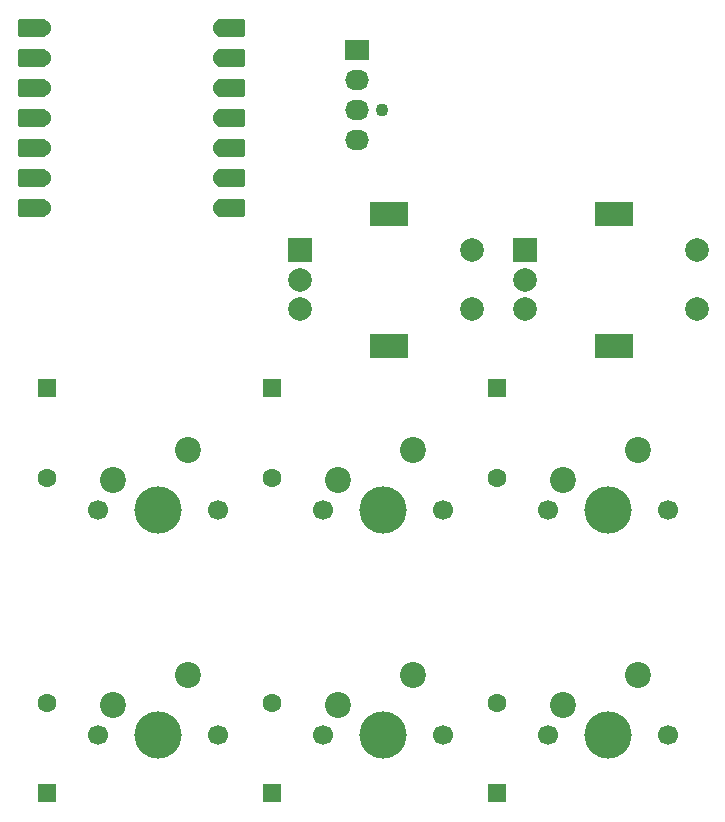
<source format=gts>
%TF.GenerationSoftware,KiCad,Pcbnew,9.0.6*%
%TF.CreationDate,2025-12-04T23:37:52+05:30*%
%TF.ProjectId,MacroPad,4d616372-6f50-4616-942e-6b696361645f,rev?*%
%TF.SameCoordinates,Original*%
%TF.FileFunction,Soldermask,Top*%
%TF.FilePolarity,Negative*%
%FSLAX46Y46*%
G04 Gerber Fmt 4.6, Leading zero omitted, Abs format (unit mm)*
G04 Created by KiCad (PCBNEW 9.0.6) date 2025-12-04 23:37:52*
%MOMM*%
%LPD*%
G01*
G04 APERTURE LIST*
G04 Aperture macros list*
%AMRoundRect*
0 Rectangle with rounded corners*
0 $1 Rounding radius*
0 $2 $3 $4 $5 $6 $7 $8 $9 X,Y pos of 4 corners*
0 Add a 4 corners polygon primitive as box body*
4,1,4,$2,$3,$4,$5,$6,$7,$8,$9,$2,$3,0*
0 Add four circle primitives for the rounded corners*
1,1,$1+$1,$2,$3*
1,1,$1+$1,$4,$5*
1,1,$1+$1,$6,$7*
1,1,$1+$1,$8,$9*
0 Add four rect primitives between the rounded corners*
20,1,$1+$1,$2,$3,$4,$5,0*
20,1,$1+$1,$4,$5,$6,$7,0*
20,1,$1+$1,$6,$7,$8,$9,0*
20,1,$1+$1,$8,$9,$2,$3,0*%
G04 Aperture macros list end*
%ADD10C,1.700000*%
%ADD11C,4.000000*%
%ADD12C,2.200000*%
%ADD13R,2.000000X2.000000*%
%ADD14C,2.000000*%
%ADD15R,3.200000X2.000000*%
%ADD16C,1.100000*%
%ADD17R,2.030000X1.730000*%
%ADD18O,2.030000X1.730000*%
%ADD19RoundRect,0.152400X1.063600X0.609600X-1.063600X0.609600X-1.063600X-0.609600X1.063600X-0.609600X0*%
%ADD20C,1.524000*%
%ADD21RoundRect,0.152400X-1.063600X-0.609600X1.063600X-0.609600X1.063600X0.609600X-1.063600X0.609600X0*%
%ADD22RoundRect,0.250000X-0.550000X0.550000X-0.550000X-0.550000X0.550000X-0.550000X0.550000X0.550000X0*%
%ADD23C,1.600000*%
%ADD24RoundRect,0.250000X0.550000X-0.550000X0.550000X0.550000X-0.550000X0.550000X-0.550000X-0.550000X0*%
G04 APERTURE END LIST*
D10*
%TO.C,SW5*%
X136010000Y-114270000D03*
D11*
X141090000Y-114270000D03*
D10*
X146170000Y-114270000D03*
D12*
X143630000Y-109190000D03*
X137280000Y-111730000D03*
%TD*%
D13*
%TO.C,SW8*%
X134105000Y-73233750D03*
D14*
X134105000Y-78233750D03*
X134105000Y-75733750D03*
D15*
X141605000Y-70133750D03*
X141605000Y-81333750D03*
D14*
X148605000Y-78233750D03*
X148605000Y-73233750D03*
%TD*%
D16*
%TO.C,J1*%
X141027500Y-61406250D03*
D17*
X138867500Y-56326250D03*
D18*
X138867500Y-58866250D03*
X138867500Y-61406250D03*
X138867500Y-63946250D03*
%TD*%
D10*
%TO.C,SW4*%
X116960000Y-114270000D03*
D11*
X122040000Y-114270000D03*
D10*
X127120000Y-114270000D03*
D12*
X124580000Y-109190000D03*
X118230000Y-111730000D03*
%TD*%
D10*
%TO.C,SW3*%
X136010000Y-95220000D03*
D11*
X141090000Y-95220000D03*
D10*
X146170000Y-95220000D03*
D12*
X143630000Y-90140000D03*
X137280000Y-92680000D03*
%TD*%
D10*
%TO.C,SW6*%
X155060000Y-95220000D03*
D11*
X160140000Y-95220000D03*
D10*
X165220000Y-95220000D03*
D12*
X162680000Y-90140000D03*
X156330000Y-92680000D03*
%TD*%
D10*
%TO.C,SW1*%
X155060000Y-114270000D03*
D11*
X160140000Y-114270000D03*
D10*
X165220000Y-114270000D03*
D12*
X162680000Y-109190000D03*
X156330000Y-111730000D03*
%TD*%
D19*
%TO.C,U2*%
X111362500Y-54421250D03*
D20*
X112197500Y-54421250D03*
D19*
X111362500Y-56961250D03*
D20*
X112197500Y-56961250D03*
D19*
X111362500Y-59501250D03*
D20*
X112197500Y-59501250D03*
D19*
X111362500Y-62041250D03*
D20*
X112197500Y-62041250D03*
D19*
X111362500Y-64581250D03*
D20*
X112197500Y-64581250D03*
D19*
X111362500Y-67121250D03*
D20*
X112197500Y-67121250D03*
D19*
X111362500Y-69661250D03*
D20*
X112197500Y-69661250D03*
X127437500Y-69661250D03*
D21*
X128272500Y-69661250D03*
D20*
X127437500Y-67121250D03*
D21*
X128272500Y-67121250D03*
D20*
X127437500Y-64581250D03*
D21*
X128272500Y-64581250D03*
D20*
X127437500Y-62041250D03*
D21*
X128272500Y-62041250D03*
D20*
X127437500Y-59501250D03*
D21*
X128272500Y-59501250D03*
D20*
X127437500Y-56961250D03*
D21*
X128272500Y-56961250D03*
D20*
X127437500Y-54421250D03*
D21*
X128272500Y-54421250D03*
%TD*%
D10*
%TO.C,SW2*%
X116960000Y-95220000D03*
D11*
X122040000Y-95220000D03*
D10*
X127120000Y-95220000D03*
D12*
X124580000Y-90140000D03*
X118230000Y-92680000D03*
%TD*%
D13*
%TO.C,SW7*%
X153155000Y-73233750D03*
D14*
X153155000Y-78233750D03*
X153155000Y-75733750D03*
D15*
X160655000Y-70133750D03*
X160655000Y-81333750D03*
D14*
X167655000Y-78233750D03*
X167655000Y-73233750D03*
%TD*%
D22*
%TO.C,D7*%
X112673750Y-84901250D03*
D23*
X112673750Y-92521250D03*
%TD*%
D24*
%TO.C,D10*%
X131723750Y-119191250D03*
D23*
X131723750Y-111571250D03*
%TD*%
D22*
%TO.C,D6*%
X150773750Y-84901250D03*
D23*
X150773750Y-92521250D03*
%TD*%
D22*
%TO.C,D8*%
X131723750Y-84901250D03*
D23*
X131723750Y-92521250D03*
%TD*%
D24*
%TO.C,D5*%
X150773750Y-119191250D03*
D23*
X150773750Y-111571250D03*
%TD*%
D24*
%TO.C,D9*%
X112673750Y-119191250D03*
D23*
X112673750Y-111571250D03*
%TD*%
M02*

</source>
